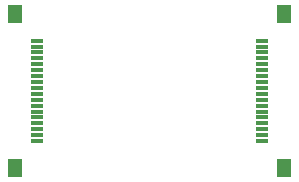
<source format=gbr>
%TF.GenerationSoftware,KiCad,Pcbnew,5.1.6-c6e7f7d~86~ubuntu18.04.1*%
%TF.CreationDate,2020-06-16T08:09:56-04:00*%
%TF.ProjectId,FPC 18 0.5 Breakout,46504320-3138-4203-902e-352042726561,rev?*%
%TF.SameCoordinates,Original*%
%TF.FileFunction,Paste,Top*%
%TF.FilePolarity,Positive*%
%FSLAX46Y46*%
G04 Gerber Fmt 4.6, Leading zero omitted, Abs format (unit mm)*
G04 Created by KiCad (PCBNEW 5.1.6-c6e7f7d~86~ubuntu18.04.1) date 2020-06-16 08:09:56*
%MOMM*%
%LPD*%
G01*
G04 APERTURE LIST*
%ADD10R,1.300000X1.650000*%
%ADD11R,1.000000X0.300000*%
G04 APERTURE END LIST*
D10*
%TO.C,J3*%
X172600000Y-124525000D03*
X172600000Y-111475000D03*
D11*
X174500000Y-120750000D03*
X174500000Y-119250000D03*
X174500000Y-120250000D03*
X174500000Y-118250000D03*
X174500000Y-118750000D03*
X174500000Y-122250000D03*
X174500000Y-119750000D03*
X174500000Y-121250000D03*
X174500000Y-121750000D03*
X174500000Y-117750000D03*
X174500000Y-117250000D03*
X174500000Y-116750000D03*
X174500000Y-116250000D03*
X174500000Y-115750000D03*
X174500000Y-115250000D03*
X174500000Y-114750000D03*
X174500000Y-114250000D03*
X174500000Y-113750000D03*
%TD*%
D10*
%TO.C,J1*%
X195400000Y-111475000D03*
X195400000Y-124525000D03*
D11*
X193500000Y-115250000D03*
X193500000Y-116750000D03*
X193500000Y-115750000D03*
X193500000Y-117750000D03*
X193500000Y-117250000D03*
X193500000Y-113750000D03*
X193500000Y-116250000D03*
X193500000Y-114750000D03*
X193500000Y-114250000D03*
X193500000Y-118250000D03*
X193500000Y-118750000D03*
X193500000Y-119250000D03*
X193500000Y-119750000D03*
X193500000Y-120250000D03*
X193500000Y-120750000D03*
X193500000Y-121250000D03*
X193500000Y-121750000D03*
X193500000Y-122250000D03*
%TD*%
M02*

</source>
